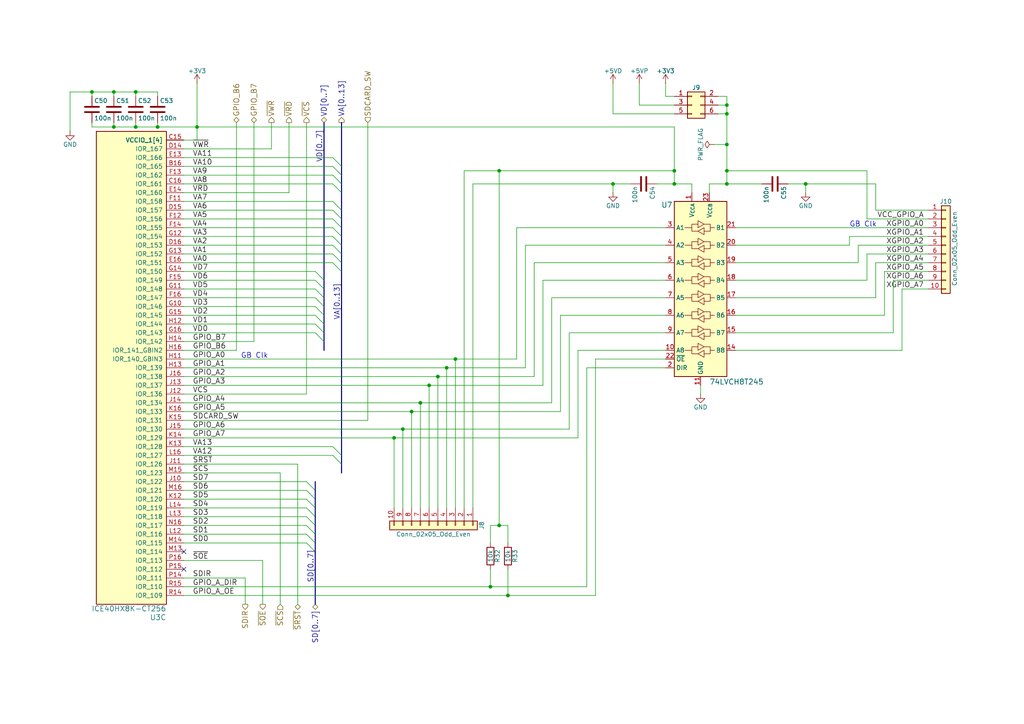
<source format=kicad_sch>
(kicad_sch (version 20231120) (generator "eeschema") (generator_version "8.0")
  (paper "A4")
  (title_block (title "Game Boy reverse eng. FPGA board") (date "2024-12-09") (rev "1") (company "CC-BY-SA-4.0 Michael Singer") (comment 1 "https://github.com/msinger/gbreveng/") (comment 2 "http://iceboy.a-singer.de/"))
  (lib_symbols
    (symbol "Connector_Generic:Conn_01x10" (pin_names (offset 1.016) hide)
      (property "Reference" "J" (at 0 12.7 0))
      (property "Value" "Conn_01x10" (at 0 -15.24 0))
      (symbol "Conn_01x10_1_1"
        (pin passive line (at -5.08 10.16 0) (length 3.81) (name "Pin_1") (number "1"))
        (pin passive line (at -5.08 -12.7 0) (length 3.81) (name "Pin_10") (number "10"))
        (pin passive line (at -5.08 7.62 0) (length 3.81) (name "Pin_2") (number "2"))
        (pin passive line (at -5.08 5.08 0) (length 3.81) (name "Pin_3") (number "3"))
        (pin passive line (at -5.08 2.54 0) (length 3.81) (name "Pin_4") (number "4"))
        (pin passive line (at -5.08 0 0) (length 3.81) (name "Pin_5") (number "5"))
        (pin passive line (at -5.08 -2.54 0) (length 3.81) (name "Pin_6") (number "6"))
        (pin passive line (at -5.08 -5.08 0) (length 3.81) (name "Pin_7") (number "7"))
        (pin passive line (at -5.08 -7.62 0) (length 3.81) (name "Pin_8") (number "8"))
        (pin passive line (at -5.08 -10.16 0) (length 3.81) (name "Pin_9") (number "9"))
      )
    )
    (symbol "Connector_Generic:Conn_02x03_Odd_Even" (pin_names (offset 1.016) hide)
      (property "Reference" "J" (at 1.27 5.08 0))
      (property "Value" "Conn_02x03_Odd_Even" (at 1.27 -5.08 0))
      (symbol "Conn_02x03_Odd_Even_1_1"
        (pin passive line (at -5.08 2.54 0) (length 3.81) (name "Pin_1") (number "1"))
        (pin passive line (at 7.62 2.54 180) (length 3.81) (name "Pin_2") (number "2"))
        (pin passive line (at -5.08 0 0) (length 3.81) (name "Pin_3") (number "3"))
        (pin passive line (at 7.62 0 180) (length 3.81) (name "Pin_4") (number "4"))
        (pin passive line (at -5.08 -2.54 0) (length 3.81) (name "Pin_5") (number "5"))
        (pin passive line (at 7.62 -2.54 180) (length 3.81) (name "Pin_6") (number "6"))
      )
    )
    (symbol "Device:C" (pin_numbers hide) (pin_names (offset 0.254))
      (property "Reference" "C" (at 0.635 2.54 0))
      (property "Value" "C" (at 0.635 -2.54 0))
      (symbol "C_1_1"
        (pin passive line (at 0 3.81 270) (length 2.794) (name "~") (number "1"))
        (pin passive line (at 0 -3.81 90) (length 2.794) (name "~") (number "2"))
      )
    )
    (symbol "Device:R" (pin_numbers hide) (pin_names (offset 0))
      (property "Reference" "R" (at 2.032 0 90))
      (property "Value" "R" (at 0 0 90))
      (symbol "R_1_1"
        (pin passive line (at 0 3.81 270) (length 1.27) (name "~") (number "1"))
        (pin passive line (at 0 -3.81 90) (length 1.27) (name "~") (number "2"))
      )
    )
    (symbol "FPGA_Lattice_ICE40HX8K:ICE40HX8K-CT256" (pin_names (offset 1.016))
      (property "Reference" "U" (at 5.08 6.35 0))
      (property "Value" "ICE40HX8K-CT256" (at 5.08 3.81 0))
      (symbol "ICE40HX8K-CT256_1_1"
        (pin power_in line (at 0 -5.08 0) (length 5.08) (name "GND[18]") (number "A12"))
        (pin power_in line (at 0 -15.24 0) (length 5.08) (name "VCC[6]") (number "A14"))
        (pin power_in line (at 0 -5.08 0) (length 5.08) (name "GND[18]") (number "A4"))
        (pin power_in line (at 0 -20.32 0) (length 5.08) (name "VPP_FAST") (number "D12"))
        (pin power_in line (at 0 -17.78 0) (length 5.08) (name "VPP_2V5") (number "E12"))
        (pin power_in line (at 0 -5.08 0) (length 5.08) (name "GND[18]") (number "E15"))
        (pin power_in line (at 0 -2.54 0) (length 5.08) (name "GNDPLL1") (number "E7"))
        (pin power_in line (at 0 -12.7 0) (length 5.08) (name "VCCPLL1") (number "E8"))
        (pin power_in line (at 0 -15.24 0) (length 5.08) (name "VCC[6]") (number "F10"))
        (pin power_in line (at 0 -15.24 0) (length 5.08) (name "VCC[6]") (number "F6"))
        (pin power_in line (at 0 -5.08 0) (length 5.08) (name "GND[18]") (number "G7"))
        (pin power_in line (at 0 -5.08 0) (length 5.08) (name "GND[18]") (number "G8"))
        (pin power_in line (at 0 -5.08 0) (length 5.08) (name "GND[18]") (number "G9"))
        (pin power_in line (at 0 -5.08 0) (length 5.08) (name "GND[18]") (number "H7"))
        (pin power_in line (at 0 -5.08 0) (length 5.08) (name "GND[18]") (number "H8"))
        (pin power_in line (at 0 -5.08 0) (length 5.08) (name "GND[18]") (number "H9"))
        (pin power_in line (at 0 -5.08 0) (length 5.08) (name "GND[18]") (number "J7"))
        (pin power_in line (at 0 -5.08 0) (length 5.08) (name "GND[18]") (number "J8"))
        (pin power_in line (at 0 -5.08 0) (length 5.08) (name "GND[18]") (number "J9"))
        (pin power_in line (at 0 -15.24 0) (length 5.08) (name "VCC[6]") (number "K10"))
        (pin power_in line (at 0 -5.08 0) (length 5.08) (name "GND[18]") (number "K2"))
        (pin power_in line (at 0 -15.24 0) (length 5.08) (name "VCC[6]") (number "K6"))
        (pin power_in line (at 0 -5.08 0) (length 5.08) (name "GND[18]") (number "K7"))
        (pin power_in line (at 0 -5.08 0) (length 5.08) (name "GND[18]") (number "L15"))
        (pin power_in line (at 0 -15.24 0) (length 5.08) (name "VCC[6]") (number "L2"))
        (pin power_in line (at 0 -10.16 0) (length 5.08) (name "VCCPLL0") (number "L8"))
        (pin passive line (at 0 -7.62 0) (length 5.08) (name "NC") (number "N14"))
        (pin power_in line (at 0 0 0) (length 5.08) (name "GNDPLL0") (number "N8"))
        (pin power_in line (at 0 -5.08 0) (length 5.08) (name "GND[18]") (number "R7"))
        (pin power_in line (at 0 -5.08 0) (length 5.08) (name "GND[18]") (number "T12"))
        (pin power_in line (at 0 -5.08 0) (length 5.08) (name "GND[18]") (number "T4"))
      )
      (symbol "ICE40HX8K-CT256_2_1"
        (pin bidirectional line (at 0 -111.76 0) (length 5.08) (name "IOT_220") (number "A1"))
        (pin bidirectional line (at 0 -43.18 0) (length 5.08) (name "IOT_186") (number "A10"))
        (pin bidirectional line (at 0 -45.72 0) (length 5.08) (name "IOT_187") (number "A11"))
        (pin power_in line (at 0 -132.08 0) (length 5.08) (name "VCCIO_0[4]") (number "A13"))
        (pin bidirectional line (at 0 -20.32 0) (length 5.08) (name "IOT_177") (number "A15"))
        (pin bidirectional line (at 0 -17.78 0) (length 5.08) (name "IOT_176") (number "A16"))
        (pin bidirectional line (at 0 -106.68 0) (length 5.08) (name "IOT_218") (number "A2"))
        (pin power_in line (at 0 -132.08 0) (length 5.08) (name "VCCIO_0[4]") (number "A3"))
        (pin bidirectional line (at 0 -96.52 0) (length 5.08) (name "IOT_213") (number "A5"))
        (pin bidirectional line (at 0 -91.44 0) (length 5.08) (name "IOT_211") (number "A6"))
        (pin bidirectional line (at 0 -76.2 0) (length 5.08) (name "IOT_205") (number "A7"))
        (pin power_in line (at 0 -132.08 0) (length 5.08) (name "VCCIO_0[4]") (number "A8"))
        (pin bidirectional line (at 0 -58.42 0) (length 5.08) (name "IOT_194") (number "A9"))
        (pin bidirectional line (at 0 -35.56 0) (length 5.08) (name "IOT_183") (number "B10"))
        (pin bidirectional line (at 0 -38.1 0) (length 5.08) (name "IOT_184") (number "B11"))
        (pin bidirectional line (at 0 -33.02 0) (length 5.08) (name "IOT_182") (number "B12"))
        (pin bidirectional line (at 0 -22.86 0) (length 5.08) (name "IOT_178") (number "B13"))
        (pin bidirectional line (at 0 -7.62 0) (length 5.08) (name "IOT_171") (number "B14"))
        (pin bidirectional line (at 0 -2.54 0) (length 5.08) (name "IOT_169") (number "B15"))
        (pin bidirectional line (at 0 -119.38 0) (length 5.08) (name "IOT_223") (number "B3"))
        (pin bidirectional line (at 0 -104.14 0) (length 5.08) (name "IOT_216") (number "B4"))
        (pin bidirectional line (at 0 -99.06 0) (length 5.08) (name "IOT_214") (number "B5"))
        (pin bidirectional line (at 0 -83.82 0) (length 5.08) (name "IOT_208") (number "B6"))
        (pin bidirectional line (at 0 -81.28 0) (length 5.08) (name "IOT_207") (number "B7"))
        (pin bidirectional line (at 0 -73.66 0) (length 5.08) (name "IOT_203") (number "B8"))
        (pin bidirectional line (at 0 -68.58 0) (length 5.08) (name "IOT_199") (number "B9"))
        (pin bidirectional line (at 0 -40.64 0) (length 5.08) (name "IOT_185") (number "C10"))
        (pin bidirectional line (at 0 -27.94 0) (length 5.08) (name "IOT_180") (number "C11"))
        (pin bidirectional line (at 0 -10.16 0) (length 5.08) (name "IOT_172") (number "C12"))
        (pin bidirectional line (at 0 -15.24 0) (length 5.08) (name "IOT_174") (number "C13"))
        (pin bidirectional line (at 0 0 0) (length 5.08) (name "IOT_168") (number "C14"))
        (pin bidirectional line (at 0 -129.54 0) (length 5.08) (name "IOT_227") (number "C3"))
        (pin bidirectional line (at 0 -116.84 0) (length 5.08) (name "IOT_222") (number "C4"))
        (pin bidirectional line (at 0 -114.3 0) (length 5.08) (name "IOT_221") (number "C5"))
        (pin bidirectional line (at 0 -86.36 0) (length 5.08) (name "IOT_209") (number "C6"))
        (pin bidirectional line (at 0 -78.74 0) (length 5.08) (name "IOT_206") (number "C7"))
        (pin bidirectional line (at 0 -63.5 0) (length 5.08) (name "IOT_197_GBIN1") (number "C8"))
        (pin bidirectional line (at 0 -50.8 0) (length 5.08) (name "IOT_191") (number "C9"))
        (pin bidirectional line (at 0 -48.26 0) (length 5.08) (name "IOT_190") (number "D10"))
        (pin bidirectional line (at 0 -30.48 0) (length 5.08) (name "IOT_181") (number "D11"))
        (pin bidirectional line (at 0 -5.08 0) (length 5.08) (name "IOT_170") (number "D13"))
        (pin bidirectional line (at 0 -127 0) (length 5.08) (name "IOT_226") (number "D3"))
        (pin bidirectional line (at 0 -121.92 0) (length 5.08) (name "IOT_224") (number "D4"))
        (pin bidirectional line (at 0 -109.22 0) (length 5.08) (name "IOT_219") (number "D5"))
        (pin bidirectional line (at 0 -93.98 0) (length 5.08) (name "IOT_212") (number "D6"))
        (pin bidirectional line (at 0 -88.9 0) (length 5.08) (name "IOT_210") (number "D7"))
        (pin bidirectional line (at 0 -71.12 0) (length 5.08) (name "IOT_200") (number "D8"))
        (pin bidirectional line (at 0 -55.88 0) (length 5.08) (name "IOT_193") (number "D9"))
        (pin bidirectional line (at 0 -25.4 0) (length 5.08) (name "IOT_179") (number "E10"))
        (pin bidirectional line (at 0 -12.7 0) (length 5.08) (name "IOT_173") (number "E11"))
        (pin bidirectional line (at 0 -124.46 0) (length 5.08) (name "IOT_225") (number "E5"))
        (pin bidirectional line (at 0 -101.6 0) (length 5.08) (name "IOT_215") (number "E6"))
        (pin bidirectional line (at 0 -53.34 0) (length 5.08) (name "IOT_192") (number "E9"))
        (pin bidirectional line (at 0 -66.04 0) (length 5.08) (name "IOT_198_GBIN0") (number "F7"))
        (pin power_in line (at 0 -132.08 0) (length 5.08) (name "VCCIO_0[4]") (number "F8"))
        (pin bidirectional line (at 0 -60.96 0) (length 5.08) (name "IOT_196") (number "F9"))
      )
      (symbol "ICE40HX8K-CT256_3_1"
        (pin bidirectional line (at 0 -124.46 0) (length 5.08) (name "IOR_165") (number "B16"))
        (pin power_in line (at 0 -132.08 0) (length 5.08) (name "VCCIO_1[4]") (number "C15"))
        (pin bidirectional line (at 0 -119.38 0) (length 5.08) (name "IOR_161") (number "C16"))
        (pin bidirectional line (at 0 -129.54 0) (length 5.08) (name "IOR_167") (number "D14"))
        (pin bidirectional line (at 0 -111.76 0) (length 5.08) (name "IOR_157") (number "D15"))
        (pin bidirectional line (at 0 -101.6 0) (length 5.08) (name "IOR_153") (number "D16"))
        (pin bidirectional line (at 0 -127 0) (length 5.08) (name "IOR_166") (number "E13"))
        (pin bidirectional line (at 0 -116.84 0) (length 5.08) (name "IOR_160") (number "E14"))
        (pin bidirectional line (at 0 -96.52 0) (length 5.08) (name "IOR_151") (number "E16"))
        (pin bidirectional line (at 0 -114.3 0) (length 5.08) (name "IOR_158") (number "F11"))
        (pin bidirectional line (at 0 -109.22 0) (length 5.08) (name "IOR_156") (number "F12"))
        (pin bidirectional line (at 0 -121.92 0) (length 5.08) (name "IOR_162") (number "F13"))
        (pin bidirectional line (at 0 -106.68 0) (length 5.08) (name "IOR_155") (number "F14"))
        (pin bidirectional line (at 0 -91.44 0) (length 5.08) (name "IOR_149") (number "F15"))
        (pin bidirectional line (at 0 -86.36 0) (length 5.08) (name "IOR_147") (number "F16"))
        (pin bidirectional line (at 0 -83.82 0) (length 5.08) (name "IOR_146") (number "G10"))
        (pin bidirectional line (at 0 -88.9 0) (length 5.08) (name "IOR_148") (number "G11"))
        (pin bidirectional line (at 0 -104.14 0) (length 5.08) (name "IOR_154") (number "G12"))
        (pin bidirectional line (at 0 -99.06 0) (length 5.08) (name "IOR_152") (number "G13"))
        (pin bidirectional line (at 0 -93.98 0) (length 5.08) (name "IOR_150") (number "G14"))
        (pin bidirectional line (at 0 -81.28 0) (length 5.08) (name "IOR_145") (number "G15"))
        (pin bidirectional line (at 0 -76.2 0) (length 5.08) (name "IOR_143") (number "G16"))
        (pin power_in line (at 0 -132.08 0) (length 5.08) (name "VCCIO_1[4]") (number "H10"))
        (pin bidirectional line (at 0 -68.58 0) (length 5.08) (name "IOR_140_GBIN3") (number "H11"))
        (pin bidirectional line (at 0 -78.74 0) (length 5.08) (name "IOR_144") (number "H12"))
        (pin bidirectional line (at 0 -66.04 0) (length 5.08) (name "IOR_139") (number "H13"))
        (pin bidirectional line (at 0 -73.66 0) (length 5.08) (name "IOR_142") (number "H14"))
        (pin power_in line (at 0 -132.08 0) (length 5.08) (name "VCCIO_1[4]") (number "H15"))
        (pin bidirectional line (at 0 -71.12 0) (length 5.08) (name "IOR_141_GBIN2") (number "H16"))
        (pin bidirectional line (at 0 -33.02 0) (length 5.08) (name "IOR_122") (number "J10"))
        (pin bidirectional line (at 0 -38.1 0) (length 5.08) (name "IOR_126") (number "J11"))
        (pin bidirectional line (at 0 -58.42 0) (length 5.08) (name "IOR_136") (number "J12"))
        (pin bidirectional line (at 0 -60.96 0) (length 5.08) (name "IOR_137") (number "J13"))
        (pin bidirectional line (at 0 -55.88 0) (length 5.08) (name "IOR_134") (number "J14"))
        (pin bidirectional line (at 0 -48.26 0) (length 5.08) (name "IOR_130") (number "J15"))
        (pin bidirectional line (at 0 -63.5 0) (length 5.08) (name "IOR_138") (number "J16"))
        (pin bidirectional line (at 0 -27.94 0) (length 5.08) (name "IOR_120") (number "K12"))
        (pin bidirectional line (at 0 -43.18 0) (length 5.08) (name "IOR_128") (number "K13"))
        (pin bidirectional line (at 0 -45.72 0) (length 5.08) (name "IOR_129") (number "K14"))
        (pin bidirectional line (at 0 -50.8 0) (length 5.08) (name "IOR_131") (number "K15"))
        (pin bidirectional line (at 0 -53.34 0) (length 5.08) (name "IOR_133") (number "K16"))
        (pin bidirectional line (at 0 -17.78 0) (length 5.08) (name "IOR_116") (number "L12"))
        (pin bidirectional line (at 0 -22.86 0) (length 5.08) (name "IOR_118") (number "L13"))
        (pin bidirectional line (at 0 -25.4 0) (length 5.08) (name "IOR_119") (number "L14"))
        (pin bidirectional line (at 0 -40.64 0) (length 5.08) (name "IOR_127") (number "L16"))
        (pin bidirectional line (at 0 -12.7 0) (length 5.08) (name "IOR_114") (number "M13"))
        (pin bidirectional line (at 0 -15.24 0) (length 5.08) (name "IOR_115") (number "M14"))
        (pin bidirectional line (at 0 -35.56 0) (length 5.08) (name "IOR_123") (number "M15"))
        (pin bidirectional line (at 0 -30.48 0) (length 5.08) (name "IOR_121") (number "M16"))
        (pin power_in line (at 0 -132.08 0) (length 5.08) (name "VCCIO_1[4]") (number "N15"))
        (pin bidirectional line (at 0 -20.32 0) (length 5.08) (name "IOR_117") (number "N16"))
        (pin bidirectional line (at 0 -5.08 0) (length 5.08) (name "IOR_111") (number "P14"))
        (pin bidirectional line (at 0 -7.62 0) (length 5.08) (name "IOR_112") (number "P15"))
        (pin bidirectional line (at 0 -10.16 0) (length 5.08) (name "IOR_113") (number "P16"))
        (pin bidirectional line (at 0 0 0) (length 5.08) (name "IOR_109") (number "R14"))
        (pin bidirectional line (at 0 -2.54 0) (length 5.08) (name "IOR_110") (number "R15"))
      )
      (symbol "ICE40HX8K-CT256_4_1"
        (pin bidirectional line (at 0 -116.84 0) (length 5.08) (name "IOB_103_CBSEL0") (number "K11"))
        (pin power_in line (at 0 -121.92 0) (length 5.08) (name "VCCIO_2[4]") (number "K8"))
        (pin bidirectional line (at 0 -73.66 0) (length 5.08) (name "IOB_82_GBIN4") (number "K9"))
        (pin bidirectional line (at 0 -81.28 0) (length 5.08) (name "IOB_85") (number "L10"))
        (pin bidirectional line (at 0 -106.68 0) (length 5.08) (name "IOB_99") (number "L11"))
        (pin bidirectional line (at 0 -53.34 0) (length 5.08) (name "IOB_74") (number "L9"))
        (pin output line (at 0 0 0) (length 5.08) (name "CDONE") (number "M10"))
        (pin bidirectional line (at 0 -99.06 0) (length 5.08) (name "IOB_93") (number "M11"))
        (pin bidirectional line (at 0 -111.76 0) (length 5.08) (name "IOB_101") (number "M12"))
        (pin bidirectional line (at 0 -33.02 0) (length 5.08) (name "IOB_64") (number "M7"))
        (pin bidirectional line (at 0 -40.64 0) (length 5.08) (name "IOB_68") (number "M8"))
        (pin bidirectional line (at 0 -68.58 0) (length 5.08) (name "IOB_80") (number "M9"))
        (pin bidirectional line (at 0 -86.36 0) (length 5.08) (name "IOB_87") (number "N10"))
        (pin input line (at 0 -2.54 0) (length 5.08) (name "CRESET_B") (number "N11"))
        (pin bidirectional line (at 0 -104.14 0) (length 5.08) (name "IOB_98") (number "N12"))
        (pin bidirectional line (at 0 -15.24 0) (length 5.08) (name "IOB_56") (number "N5"))
        (pin bidirectional line (at 0 -5.08 0) (length 5.08) (name "IOB_52") (number "N6"))
        (pin bidirectional line (at 0 -35.56 0) (length 5.08) (name "IOB_66") (number "N7"))
        (pin bidirectional line (at 0 -63.5 0) (length 5.08) (name "IOB_78") (number "N9"))
        (pin bidirectional line (at 0 -83.82 0) (length 5.08) (name "IOB_86") (number "P10"))
        (pin bidirectional line (at 0 -119.38 0) (length 5.08) (name "IOB_104_CBSEL1") (number "P13"))
        (pin power_in line (at 0 -121.92 0) (length 5.08) (name "VCCIO_2[4]") (number "P3"))
        (pin bidirectional line (at 0 -10.16 0) (length 5.08) (name "IOB_54") (number "P4"))
        (pin bidirectional line (at 0 -20.32 0) (length 5.08) (name "IOB_58") (number "P5"))
        (pin bidirectional line (at 0 -38.1 0) (length 5.08) (name "IOB_67") (number "P6"))
        (pin bidirectional line (at 0 -60.96 0) (length 5.08) (name "IOB_77") (number "P7"))
        (pin bidirectional line (at 0 -48.26 0) (length 5.08) (name "IOB_72") (number "P8"))
        (pin bidirectional line (at 0 -76.2 0) (length 5.08) (name "IOB_83") (number "P9"))
        (pin bidirectional line (at 0 -78.74 0) (length 5.08) (name "IOB_84") (number "R10"))
        (pin power_in line (at 0 -121.92 0) (length 5.08) (name "VCCIO_2[4]") (number "R13"))
        (pin bidirectional line (at 0 -114.3 0) (length 5.08) (name "IOB_102") (number "R16"))
        (pin bidirectional line (at 0 -12.7 0) (length 5.08) (name "IOB_55") (number "R2"))
        (pin bidirectional line (at 0 -22.86 0) (length 5.08) (name "IOB_59") (number "R3"))
        (pin bidirectional line (at 0 -30.48 0) (length 5.08) (name "IOB_63") (number "R4"))
        (pin bidirectional line (at 0 -25.4 0) (length 5.08) (name "IOB_60") (number "R5"))
        (pin bidirectional line (at 0 -45.72 0) (length 5.08) (name "IOB_71") (number "R6"))
        (pin power_in line (at 0 -121.92 0) (length 5.08) (name "VCCIO_2[4]") (number "R8"))
        (pin bidirectional line (at 0 -71.12 0) (length 5.08) (name "IOB_81_GBIN5") (number "R9"))
        (pin bidirectional line (at 0 -7.62 0) (length 5.08) (name "IOB_53") (number "T1"))
        (pin bidirectional line (at 0 -88.9 0) (length 5.08) (name "IOB_88") (number "T10"))
        (pin bidirectional line (at 0 -91.44 0) (length 5.08) (name "IOB_89") (number "T11"))
        (pin bidirectional line (at 0 -101.6 0) (length 5.08) (name "IOB_94") (number "T13"))
        (pin bidirectional line (at 0 -96.52 0) (length 5.08) (name "IOB_92") (number "T14"))
        (pin bidirectional line (at 0 -93.98 0) (length 5.08) (name "IOB_91") (number "T15"))
        (pin bidirectional line (at 0 -109.22 0) (length 5.08) (name "IOB_100") (number "T16"))
        (pin bidirectional line (at 0 -17.78 0) (length 5.08) (name "IOB_57") (number "T2"))
        (pin bidirectional line (at 0 -27.94 0) (length 5.08) (name "IOB_61") (number "T3"))
        (pin bidirectional line (at 0 -43.18 0) (length 5.08) (name "IOB_69") (number "T5"))
        (pin bidirectional line (at 0 -50.8 0) (length 5.08) (name "IOB_73") (number "T6"))
        (pin bidirectional line (at 0 -55.88 0) (length 5.08) (name "IOB_75") (number "T7"))
        (pin bidirectional line (at 0 -58.42 0) (length 5.08) (name "IOB_76") (number "T8"))
        (pin bidirectional line (at 0 -66.04 0) (length 5.08) (name "IOB_79") (number "T9"))
      )
      (symbol "ICE40HX8K-CT256_5_1"
        (pin bidirectional line (at 0 -7.62 0) (length 5.08) (name "IOL_2B") (number "B1"))
        (pin bidirectional line (at 0 -2.54 0) (length 5.08) (name "IOL_1B") (number "B2"))
        (pin bidirectional line (at 0 -10.16 0) (length 5.08) (name "IOL_3A") (number "C1"))
        (pin bidirectional line (at 0 -12.7 0) (length 5.08) (name "IOL_3B") (number "C2"))
        (pin bidirectional line (at 0 -22.86 0) (length 5.08) (name "IOL_5B") (number "D1"))
        (pin bidirectional line (at 0 -17.78 0) (length 5.08) (name "IOL_4B") (number "D2"))
        (pin power_in line (at 0 -132.08 0) (length 5.08) (name "VCCIO_3[4]") (number "E1"))
        (pin bidirectional line (at 0 -33.02 0) (length 5.08) (name "IOL_7B") (number "E2"))
        (pin bidirectional line (at 0 -27.94 0) (length 5.08) (name "IOL_6B") (number "E3"))
        (pin bidirectional line (at 0 0 0) (length 5.08) (name "IOL_1A") (number "E4"))
        (pin bidirectional line (at 0 -48.26 0) (length 5.08) (name "IOL_10B") (number "F1"))
        (pin bidirectional line (at 0 -43.18 0) (length 5.08) (name "IOL_9B") (number "F2"))
        (pin bidirectional line (at 0 -38.1 0) (length 5.08) (name "IOL_8B") (number "F3"))
        (pin bidirectional line (at 0 -15.24 0) (length 5.08) (name "IOL_4A") (number "F4"))
        (pin bidirectional line (at 0 -5.08 0) (length 5.08) (name "IOL_2A") (number "F5"))
        (pin bidirectional line (at 0 -63.5 0) (length 5.08) (name "IOL_13B_GBIN7") (number "G1"))
        (pin bidirectional line (at 0 -53.34 0) (length 5.08) (name "IOL_11B") (number "G2"))
        (pin bidirectional line (at 0 -35.56 0) (length 5.08) (name "IOL_8A") (number "G3"))
        (pin bidirectional line (at 0 -25.4 0) (length 5.08) (name "IOL_6A") (number "G4"))
        (pin bidirectional line (at 0 -20.32 0) (length 5.08) (name "IOL_5A") (number "G5"))
        (pin power_in line (at 0 -132.08 0) (length 5.08) (name "VCCIO_3[4]") (number "G6"))
        (pin bidirectional line (at 0 -68.58 0) (length 5.08) (name "IOL_14B") (number "H1"))
        (pin bidirectional line (at 0 -58.42 0) (length 5.08) (name "IOL_12B") (number "H2"))
        (pin bidirectional line (at 0 -40.64 0) (length 5.08) (name "IOL_9A") (number "H3"))
        (pin bidirectional line (at 0 -50.8 0) (length 5.08) (name "IOL_11A") (number "H4"))
        (pin bidirectional line (at 0 -30.48 0) (length 5.08) (name "IOL_7A") (number "H5"))
        (pin bidirectional line (at 0 -45.72 0) (length 5.08) (name "IOL_10A") (number "H6"))
        (pin bidirectional line (at 0 -73.66 0) (length 5.08) (name "IOL_15B") (number "J1"))
        (pin bidirectional line (at 0 -71.12 0) (length 5.08) (name "IOL_15A") (number "J2"))
        (pin bidirectional line (at 0 -66.04 0) (length 5.08) (name "IOL_14A_GBIN6") (number "J3"))
        (pin bidirectional line (at 0 -55.88 0) (length 5.08) (name "IOL_12A") (number "J4"))
        (pin bidirectional line (at 0 -60.96 0) (length 5.08) (name "IOL_13A") (number "J5"))
        (pin power_in line (at 0 -132.08 0) (length 5.08) (name "VCCIO_3[4]") (number "J6"))
        (pin bidirectional line (at 0 -76.2 0) (length 5.08) (name "IOL_16A") (number "K1"))
        (pin bidirectional line (at 0 -78.74 0) (length 5.08) (name "IOL_16B") (number "K3"))
        (pin bidirectional line (at 0 -86.36 0) (length 5.08) (name "IOL_18A") (number "K4"))
        (pin bidirectional line (at 0 -96.52 0) (length 5.08) (name "IOL_20A") (number "K5"))
        (pin bidirectional line (at 0 -83.82 0) (length 5.08) (name "IOL_17B") (number "L1"))
        (pin bidirectional line (at 0 -93.98 0) (length 5.08) (name "IOL_19B") (number "L3"))
        (pin bidirectional line (at 0 -81.28 0) (length 5.08) (name "IOL_17A") (number "L4"))
        (pin bidirectional line (at 0 -111.76 0) (length 5.08) (name "IOL_23A") (number "L5"))
        (pin bidirectional line (at 0 -91.44 0) (length 5.08) (name "IOL_19A") (number "L6"))
        (pin bidirectional line (at 0 -101.6 0) (length 5.08) (name "IOL_21A") (number "L7"))
        (pin bidirectional line (at 0 -88.9 0) (length 5.08) (name "IOL_18B") (number "M1"))
        (pin bidirectional line (at 0 -99.06 0) (length 5.08) (name "IOL_20B") (number "M2"))
        (pin bidirectional line (at 0 -109.22 0) (length 5.08) (name "IOL_22B") (number "M3"))
        (pin bidirectional line (at 0 -119.38 0) (length 5.08) (name "IOL_24B") (number "M4"))
        (pin bidirectional line (at 0 -124.46 0) (length 5.08) (name "IOL_25B") (number "M5"))
        (pin bidirectional line (at 0 -106.68 0) (length 5.08) (name "IOL_22A") (number "M6"))
        (pin power_in line (at 0 -132.08 0) (length 5.08) (name "VCCIO_3[4]") (number "N1"))
        (pin bidirectional line (at 0 -104.14 0) (length 5.08) (name "IOL_21B") (number "N2"))
        (pin bidirectional line (at 0 -114.3 0) (length 5.08) (name "IOL_23B") (number "N3"))
        (pin bidirectional line (at 0 -129.54 0) (length 5.08) (name "IOL_26B") (number "N4"))
        (pin bidirectional line (at 0 -116.84 0) (length 5.08) (name "IOL_24A") (number "P1"))
        (pin bidirectional line (at 0 -121.92 0) (length 5.08) (name "IOL_25A") (number "P2"))
        (pin bidirectional line (at 0 -127 0) (length 5.08) (name "IOL_26A") (number "R1"))
      )
      (symbol "ICE40HX8K-CT256_6_1"
        (pin power_in line (at 0 -10.16 0) (length 5.08) (name "VCC_SPI") (number "N13"))
        (pin bidirectional line (at 0 -2.54 0) (length 5.08) (name "IOB_106_SDI") (number "P11"))
        (pin bidirectional line (at 0 0 0) (length 5.08) (name "IOB_105_SDO") (number "P12"))
        (pin bidirectional line (at 0 -5.08 0) (length 5.08) (name "IOB_107_SCK") (number "R11"))
        (pin bidirectional line (at 0 -7.62 0) (length 5.08) (name "IOB_108_SS") (number "R12"))
      )
    )
    (symbol "Logic_LevelTranslator:SN74LVC8T245"
      (property "Reference" "U" (at -6.35 27.94 0))
      (property "Value" "SN74LVC8T245" (at 3.81 27.94 0))
      (symbol "SN74LVC8T245_1_1"
        (pin power_in line (at -2.54 27.94 270) (length 2.54) (name "V_{CCA}") (number "1"))
        (pin bidirectional line (at -10.16 -17.78 0) (length 2.54) (name "A8") (number "10"))
        (pin power_in line (at 0 -27.94 90) (length 2.54) (name "GND") (number "11"))
        (pin passive line (at 0 -27.94 90) (length 2.54) hide (name "GND") (number "12"))
        (pin passive line (at 0 -27.94 90) (length 2.54) hide (name "GND") (number "13"))
        (pin bidirectional line (at 10.16 -17.78 180) (length 2.54) (name "B8") (number "14"))
        (pin bidirectional line (at 10.16 -12.7 180) (length 2.54) (name "B7") (number "15"))
        (pin bidirectional line (at 10.16 -7.62 180) (length 2.54) (name "B6") (number "16"))
        (pin bidirectional line (at 10.16 -2.54 180) (length 2.54) (name "B5") (number "17"))
        (pin bidirectional line (at 10.16 2.54 180) (length 2.54) (name "B4") (number "18"))
        (pin bidirectional line (at 10.16 7.62 180) (length 2.54) (name "B3") (number "19"))
        (pin input line (at -10.16 -22.86 0) (length 2.54) (name "DIR") (number "2"))
        (pin bidirectional line (at 10.16 12.7 180) (length 2.54) (name "B2") (number "20"))
        (pin bidirectional line (at 10.16 17.78 180) (length 2.54) (name "B1") (number "21"))
        (pin input line (at -10.16 -20.32 0) (length 2.54) (name "~{OE}") (number "22"))
        (pin power_in line (at 2.54 27.94 270) (length 2.54) (name "V_{CCB}") (number "23"))
        (pin passive line (at 2.54 27.94 270) (length 2.54) hide (name "V_{CCB}") (number "24"))
        (pin bidirectional line (at -10.16 17.78 0) (length 2.54) (name "A1") (number "3"))
        (pin bidirectional line (at -10.16 12.7 0) (length 2.54) (name "A2") (number "4"))
        (pin bidirectional line (at -10.16 7.62 0) (length 2.54) (name "A3") (number "5"))
        (pin bidirectional line (at -10.16 2.54 0) (length 2.54) (name "A4") (number "6"))
        (pin bidirectional line (at -10.16 -2.54 0) (length 2.54) (name "A5") (number "7"))
        (pin bidirectional line (at -10.16 -7.62 0) (length 2.54) (name "A6") (number "8"))
        (pin bidirectional line (at -10.16 -12.7 0) (length 2.54) (name "A7") (number "9"))
      )
    )
    (symbol "power:+3V3" (power) (pin_numbers hide) (pin_names (offset 0) hide)
      (property "Value" "+3V3" (at 0 3.556 0))
      (symbol "+3V3_1_1"
        (pin power_in line (at 0 0 90) (length 0) (name "~") (number "1"))
      )
    )
    (symbol "power:+5VD" (power) (pin_numbers hide) (pin_names (offset 0) hide)
      (property "Value" "+5VD" (at 0 3.556 0))
      (symbol "+5VD_1_1"
        (pin power_in line (at 0 0 90) (length 0) (name "~") (number "1"))
      )
    )
    (symbol "power:+5VP" (power) (pin_numbers hide) (pin_names (offset 0) hide)
      (property "Value" "+5VP" (at 0 3.556 0))
      (symbol "+5VP_1_1"
        (pin power_in line (at 0 0 90) (length 0) (name "~") (number "1"))
      )
    )
    (symbol "power:GND" (power) (pin_numbers hide) (pin_names (offset 0) hide)
      (property "Value" "GND" (at 0 -3.81 0))
      (symbol "GND_1_1"
        (pin power_in line (at 0 0 270) (length 0) (name "~") (number "1"))
      )
    )
    (symbol "power:PWR_FLAG" (power) (pin_numbers hide) (pin_names (offset 0) hide)
      (property "Value" "PWR_FLAG" (at 0 3.81 0))
      (symbol "PWR_FLAG_0_0"
        (pin power_out line (at 0 0 90) (length 0) (name "~") (number "1"))
      )
    )
  )
  (junction (at 45.72 36.83))
  (junction (at 233.68 53.34))
  (junction (at 144.78 49.53))
  (junction (at 121.92 116.84))
  (junction (at 116.84 124.46))
  (junction (at 177.8 53.34))
  (junction (at 124.46 111.76))
  (junction (at 127 109.22))
  (junction (at 132.08 104.14))
  (junction (at 39.37 26.67))
  (junction (at 33.02 26.67))
  (junction (at 147.32 172.72))
  (junction (at 26.67 26.67))
  (junction (at 210.82 30.48))
  (junction (at 33.02 36.83))
  (junction (at 114.3 127))
  (junction (at 144.78 152.4))
  (junction (at 210.82 53.34))
  (junction (at 195.58 53.34))
  (junction (at 57.15 36.83))
  (junction (at 129.54 106.68))
  (junction (at 195.58 49.53))
  (junction (at 210.82 41.91))
  (junction (at 210.82 49.53))
  (junction (at 142.24 170.18))
  (junction (at 39.37 36.83))
  (junction (at 119.38 119.38))
  (junction (at 210.82 33.02))
  (no_connect (at 53.34 165.1))
  (no_connect (at 53.34 160.02))
  (bus_entry (at 96.52 73.66) (size 2.54 2.54))
  (bus_entry (at 88.9 147.32) (size 2.54 2.54))
  (bus_entry (at 96.52 66.04) (size 2.54 2.54))
  (bus_entry (at 91.44 86.36) (size 2.54 2.54))
  (bus_entry (at 96.52 45.72) (size 2.54 2.54))
  (bus_entry (at 91.44 81.28) (size 2.54 2.54))
  (bus_entry (at 91.44 78.74) (size 2.54 2.54))
  (bus_entry (at 96.52 58.42) (size 2.54 2.54))
  (bus_entry (at 91.44 93.98) (size 2.54 2.54))
  (bus_entry (at 96.52 129.54) (size 2.54 2.54))
  (bus_entry (at 88.9 149.86) (size 2.54 2.54))
  (bus_entry (at 88.9 154.94) (size 2.54 2.54))
  (bus_entry (at 96.52 48.26) (size 2.54 2.54))
  (bus_entry (at 88.9 157.48) (size 2.54 2.54))
  (bus_entry (at 96.52 71.12) (size 2.54 2.54))
  (bus_entry (at 88.9 152.4) (size 2.54 2.54))
  (bus_entry (at 96.52 63.5) (size 2.54 2.54))
  (bus_entry (at 88.9 139.7) (size 2.54 2.54))
  (bus_entry (at 91.44 83.82) (size 2.54 2.54))
  (bus_entry (at 96.52 68.58) (size 2.54 2.54))
  (bus_entry (at 91.44 91.44) (size 2.54 2.54))
  (bus_entry (at 96.52 132.08) (size 2.54 2.54))
  (bus_entry (at 96.52 53.34) (size 2.54 2.54))
  (bus_entry (at 88.9 142.24) (size 2.54 2.54))
  (bus_entry (at 91.44 88.9) (size 2.54 2.54))
  (bus_entry (at 91.44 96.52) (size 2.54 2.54))
  (bus_entry (at 88.9 144.78) (size 2.54 2.54))
  (bus_entry (at 96.52 60.96) (size 2.54 2.54))
  (bus_entry (at 96.52 76.2) (size 2.54 2.54))
  (bus_entry (at 96.52 50.8) (size 2.54 2.54))
  (wire (pts (xy 88.9 147.32) (xy 53.34 147.32)))
  (wire (pts (xy 91.44 83.82) (xy 53.34 83.82)))
  (wire (pts (xy 53.34 111.76) (xy 124.46 111.76)))
  (bus (pts (xy 99.06 63.5) (xy 99.06 66.04)))
  (wire (pts (xy 119.38 147.32) (xy 119.38 119.38)))
  (bus (pts (xy 91.44 160.02) (xy 91.44 175.26)))
  (bus (pts (xy 99.06 50.8) (xy 99.06 53.34)))
  (wire (pts (xy 96.52 53.34) (xy 53.34 53.34)))
  (wire (pts (xy 91.44 86.36) (xy 53.34 86.36)))
  (wire (pts (xy 91.44 91.44) (xy 53.34 91.44)))
  (wire (pts (xy 129.54 106.68) (xy 152.4 106.68)))
  (bus (pts (xy 93.98 99.06) (xy 93.98 101.6)))
  (wire (pts (xy 53.34 134.62) (xy 86.36 134.62)))
  (wire (pts (xy 210.82 33.02) (xy 210.82 41.91)))
  (wire (pts (xy 45.72 35.56) (xy 45.72 36.83)))
  (wire (pts (xy 210.82 53.34) (xy 220.98 53.34)))
  (wire (pts (xy 210.82 30.48) (xy 210.82 33.02)))
  (bus (pts (xy 99.06 76.2) (xy 99.06 78.74)))
  (wire (pts (xy 213.36 91.44) (xy 256.54 91.44)))
  (wire (pts (xy 149.86 66.04) (xy 193.04 66.04)))
  (wire (pts (xy 88.9 142.24) (xy 53.34 142.24)))
  (wire (pts (xy 213.36 86.36) (xy 254 86.36)))
  (wire (pts (xy 248.92 71.12) (xy 269.24 71.12)))
  (wire (pts (xy 26.67 36.83) (xy 26.67 35.56)))
  (wire (pts (xy 91.44 93.98) (xy 53.34 93.98)))
  (wire (pts (xy 147.32 172.72) (xy 172.72 172.72)))
  (wire (pts (xy 162.56 91.44) (xy 193.04 91.44)))
  (wire (pts (xy 254 60.96) (xy 254 53.34)))
  (wire (pts (xy 26.67 27.94) (xy 26.67 26.67)))
  (wire (pts (xy 91.44 81.28) (xy 53.34 81.28)))
  (wire (pts (xy 177.8 53.34) (xy 177.8 55.88)))
  (wire (pts (xy 96.52 63.5) (xy 53.34 63.5)))
  (wire (pts (xy 116.84 147.32) (xy 116.84 124.46)))
  (wire (pts (xy 233.68 53.34) (xy 233.68 55.88)))
  (wire (pts (xy 246.38 68.58) (xy 246.38 71.12)))
  (wire (pts (xy 170.18 106.68) (xy 193.04 106.68)))
  (wire (pts (xy 121.92 116.84) (xy 53.34 116.84)))
  (wire (pts (xy 259.08 96.52) (xy 259.08 81.28)))
  (wire (pts (xy 185.42 30.48) (xy 185.42 24.13)))
  (wire (pts (xy 251.46 49.53) (xy 210.82 49.53)))
  (wire (pts (xy 114.3 127) (xy 167.64 127)))
  (bus (pts (xy 93.98 96.52) (xy 93.98 99.06)))
  (wire (pts (xy 193.04 27.94) (xy 193.04 24.13)))
  (wire (pts (xy 160.02 116.84) (xy 121.92 116.84)))
  (wire (pts (xy 96.52 71.12) (xy 53.34 71.12)))
  (wire (pts (xy 39.37 36.83) (xy 39.37 35.56)))
  (wire (pts (xy 195.58 27.94) (xy 193.04 27.94)))
  (wire (pts (xy 39.37 27.94) (xy 39.37 26.67)))
  (bus (pts (xy 99.06 71.12) (xy 99.06 73.66)))
  (wire (pts (xy 210.82 49.53) (xy 210.82 53.34)))
  (bus (pts (xy 93.98 35.56) (xy 93.98 81.28)))
  (bus (pts (xy 93.98 91.44) (xy 93.98 93.98)))
  (wire (pts (xy 165.1 124.46) (xy 165.1 96.52)))
  (bus (pts (xy 91.44 152.4) (xy 91.44 154.94)))
  (wire (pts (xy 68.58 35.56) (xy 68.58 101.6)))
  (wire (pts (xy 53.34 167.64) (xy 71.12 167.64)))
  (wire (pts (xy 144.78 152.4) (xy 144.78 49.53)))
  (wire (pts (xy 269.24 83.82) (xy 261.62 83.82)))
  (wire (pts (xy 142.24 170.18) (xy 170.18 170.18)))
  (wire (pts (xy 134.62 49.53) (xy 134.62 147.32)))
  (wire (pts (xy 121.92 147.32) (xy 121.92 116.84)))
  (wire (pts (xy 33.02 27.94) (xy 33.02 26.67)))
  (wire (pts (xy 251.46 63.5) (xy 251.46 49.53)))
  (wire (pts (xy 53.34 114.3) (xy 88.9 114.3)))
  (bus (pts (xy 99.06 55.88) (xy 99.06 60.96)))
  (wire (pts (xy 96.52 132.08) (xy 53.34 132.08)))
  (wire (pts (xy 195.58 33.02) (xy 177.8 33.02)))
  (wire (pts (xy 170.18 170.18) (xy 170.18 106.68)))
  (wire (pts (xy 68.58 101.6) (xy 53.34 101.6)))
  (wire (pts (xy 88.9 144.78) (xy 53.34 144.78)))
  (wire (pts (xy 213.36 101.6) (xy 261.62 101.6)))
  (bus (pts (xy 99.06 60.96) (xy 99.06 63.5)))
  (wire (pts (xy 45.72 36.83) (xy 57.15 36.83)))
  (wire (pts (xy 210.82 53.34) (xy 205.74 53.34)))
  (wire (pts (xy 127 147.32) (xy 127 109.22)))
  (wire (pts (xy 83.82 55.88) (xy 83.82 35.56)))
  (wire (pts (xy 147.32 165.1) (xy 147.32 172.72)))
  (bus (pts (xy 91.44 149.86) (xy 91.44 152.4)))
  (bus (pts (xy 99.06 48.26) (xy 99.06 50.8)))
  (wire (pts (xy 254 76.2) (xy 269.24 76.2)))
  (wire (pts (xy 91.44 88.9) (xy 53.34 88.9)))
  (wire (pts (xy 53.34 137.16) (xy 81.28 137.16)))
  (wire (pts (xy 208.28 33.02) (xy 210.82 33.02)))
  (wire (pts (xy 142.24 157.48) (xy 142.24 152.4)))
  (wire (pts (xy 57.15 40.64) (xy 53.34 40.64)))
  (wire (pts (xy 233.68 53.34) (xy 228.6 53.34)))
  (wire (pts (xy 160.02 86.36) (xy 160.02 116.84)))
  (wire (pts (xy 195.58 49.53) (xy 144.78 49.53)))
  (wire (pts (xy 195.58 53.34) (xy 190.5 53.34)))
  (wire (pts (xy 88.9 152.4) (xy 53.34 152.4)))
  (wire (pts (xy 106.68 121.92) (xy 106.68 35.56)))
  (bus (pts (xy 99.06 134.62) (xy 99.06 137.16)))
  (wire (pts (xy 269.24 68.58) (xy 246.38 68.58)))
  (wire (pts (xy 96.52 68.58) (xy 53.34 68.58)))
  (wire (pts (xy 96.52 48.26) (xy 53.34 48.26)))
  (wire (pts (xy 53.34 55.88) (xy 83.82 55.88)))
  (wire (pts (xy 33.02 26.67) (xy 26.67 26.67)))
  (bus (pts (xy 99.06 53.34) (xy 99.06 55.88)))
  (wire (pts (xy 248.92 76.2) (xy 248.92 71.12)))
  (wire (pts (xy 96.52 50.8) (xy 53.34 50.8)))
  (wire (pts (xy 39.37 26.67) (xy 33.02 26.67)))
  (wire (pts (xy 172.72 172.72) (xy 172.72 104.14)))
  (wire (pts (xy 96.52 73.66) (xy 53.34 73.66)))
  (wire (pts (xy 53.34 172.72) (xy 147.32 172.72)))
  (wire (pts (xy 254 53.34) (xy 233.68 53.34)))
  (bus (pts (xy 99.06 68.58) (xy 99.06 71.12)))
  (wire (pts (xy 57.15 36.83) (xy 195.58 36.83)))
  (wire (pts (xy 73.66 99.06) (xy 73.66 35.56)))
  (wire (pts (xy 208.28 27.94) (xy 210.82 27.94)))
  (bus (pts (xy 91.44 157.48) (xy 91.44 160.02)))
  (wire (pts (xy 71.12 167.64) (xy 71.12 175.26)))
  (wire (pts (xy 152.4 71.12) (xy 193.04 71.12)))
  (bus (pts (xy 91.44 154.94) (xy 91.44 157.48)))
  (wire (pts (xy 137.16 53.34) (xy 137.16 147.32)))
  (wire (pts (xy 259.08 81.28) (xy 269.24 81.28)))
  (wire (pts (xy 149.86 104.14) (xy 149.86 66.04)))
  (wire (pts (xy 213.36 96.52) (xy 259.08 96.52)))
  (wire (pts (xy 81.28 137.16) (xy 81.28 175.26)))
  (wire (pts (xy 57.15 36.83) (xy 57.15 40.64)))
  (wire (pts (xy 114.3 127) (xy 114.3 147.32)))
  (wire (pts (xy 78.74 43.18) (xy 78.74 35.56)))
  (bus (pts (xy 91.44 139.7) (xy 91.44 142.24)))
  (wire (pts (xy 26.67 36.83) (xy 33.02 36.83)))
  (wire (pts (xy 119.38 119.38) (xy 162.56 119.38)))
  (wire (pts (xy 213.36 76.2) (xy 248.92 76.2)))
  (wire (pts (xy 137.16 53.34) (xy 177.8 53.34)))
  (wire (pts (xy 91.44 96.52) (xy 53.34 96.52)))
  (wire (pts (xy 195.58 36.83) (xy 195.58 49.53)))
  (bus (pts (xy 91.44 144.78) (xy 91.44 147.32)))
  (wire (pts (xy 127 109.22) (xy 154.94 109.22)))
  (bus (pts (xy 93.98 86.36) (xy 93.98 88.9)))
  (wire (pts (xy 157.48 111.76) (xy 157.48 81.28)))
  (bus (pts (xy 99.06 78.74) (xy 99.06 132.08)))
  (bus (pts (xy 93.98 88.9) (xy 93.98 91.44)))
  (wire (pts (xy 88.9 154.94) (xy 53.34 154.94)))
  (bus (pts (xy 99.06 132.08) (xy 99.06 134.62)))
  (wire (pts (xy 39.37 36.83) (xy 45.72 36.83)))
  (wire (pts (xy 26.67 26.67) (xy 20.32 26.67)))
  (wire (pts (xy 203.2 111.76) (xy 203.2 114.3)))
  (wire (pts (xy 124.46 111.76) (xy 124.46 147.32)))
  (bus (pts (xy 91.44 142.24) (xy 91.44 144.78)))
  (wire (pts (xy 53.34 78.74) (xy 91.44 78.74)))
  (wire (pts (xy 251.46 73.66) (xy 251.46 81.28)))
  (wire (pts (xy 165.1 96.52) (xy 193.04 96.52)))
  (wire (pts (xy 269.24 60.96) (xy 254 60.96)))
  (bus (pts (xy 99.06 73.66) (xy 99.06 76.2)))
  (wire (pts (xy 177.8 33.02) (xy 177.8 24.13)))
  (wire (pts (xy 142.24 152.4) (xy 144.78 152.4)))
  (wire (pts (xy 142.24 165.1) (xy 142.24 170.18)))
  (wire (pts (xy 162.56 119.38) (xy 162.56 91.44)))
  (wire (pts (xy 210.82 41.91) (xy 210.82 49.53)))
  (wire (pts (xy 124.46 111.76) (xy 157.48 111.76)))
  (wire (pts (xy 269.24 73.66) (xy 251.46 73.66)))
  (bus (pts (xy 99.06 35.56) (xy 99.06 48.26)))
  (wire (pts (xy 53.34 76.2) (xy 96.52 76.2)))
  (wire (pts (xy 53.34 121.92) (xy 106.68 121.92)))
  (wire (pts (xy 132.08 104.14) (xy 132.08 147.32)))
  (bus (pts (xy 93.98 93.98) (xy 93.98 96.52)))
  (wire (pts (xy 167.64 127) (xy 167.64 101.6)))
  (wire (pts (xy 132.08 104.14) (xy 149.86 104.14)))
  (wire (pts (xy 53.34 124.46) (xy 116.84 124.46)))
  (wire (pts (xy 53.34 109.22) (xy 127 109.22)))
  (wire (pts (xy 53.34 162.56) (xy 76.2 162.56)))
  (wire (pts (xy 213.36 81.28) (xy 251.46 81.28)))
  (wire (pts (xy 200.66 53.34) (xy 200.66 55.88)))
  (wire (pts (xy 154.94 76.2) (xy 193.04 76.2)))
  (wire (pts (xy 195.58 49.53) (xy 195.58 53.34)))
  (wire (pts (xy 96.52 45.72) (xy 53.34 45.72)))
  (wire (pts (xy 210.82 27.94) (xy 210.82 30.48)))
  (wire (pts (xy 177.8 53.34) (xy 182.88 53.34)))
  (wire (pts (xy 261.62 83.82) (xy 261.62 101.6)))
  (wire (pts (xy 152.4 106.68) (xy 152.4 71.12)))
  (wire (pts (xy 45.72 26.67) (xy 39.37 26.67)))
  (wire (pts (xy 53.34 106.68) (xy 129.54 106.68)))
  (wire (pts (xy 208.28 30.48) (xy 210.82 30.48)))
  (wire (pts (xy 213.36 71.12) (xy 246.38 71.12)))
  (wire (pts (xy 96.52 129.54) (xy 53.34 129.54)))
  (wire (pts (xy 76.2 162.56) (xy 76.2 175.26)))
  (wire (pts (xy 33.02 36.83) (xy 39.37 36.83)))
  (wire (pts (xy 254 86.36) (xy 254 76.2)))
  (wire (pts (xy 160.02 86.36) (xy 193.04 86.36)))
  (wire (pts (xy 157.48 81.28) (xy 193.04 81.28)))
  (wire (pts (xy 88.9 149.86) (xy 53.34 149.86)))
  (wire (pts (xy 45.72 27.94) (xy 45.72 26.67)))
  (wire (pts (xy 147.32 152.4) (xy 147.32 157.48)))
  (wire (pts (xy 96.52 66.04) (xy 53.34 66.04)))
  (wire (pts (xy 269.24 63.5) (xy 251.46 63.5)))
  (wire (pts (xy 154.94 109.22) (xy 154.94 76.2)))
  (wire (pts (xy 88.9 157.48) (xy 53.34 157.48)))
  (wire (pts (xy 57.15 24.13) (xy 57.15 36.83)))
  (wire (pts (xy 172.72 104.14) (xy 193.04 104.14)))
  (wire (pts (xy 53.34 127) (xy 114.3 127)))
  (wire (pts (xy 96.52 60.96) (xy 53.34 60.96)))
  (wire (pts (xy 207.01 41.91) (xy 210.82 41.91)))
  (wire (pts (xy 53.34 119.38) (xy 119.38 119.38)))
  (wire (pts (xy 167.64 101.6) (xy 193.04 101.6)))
  (wire (pts (xy 195.58 30.48) (xy 185.42 30.48)))
  (wire (pts (xy 53.34 104.14) (xy 132.08 104.14)))
  (wire (pts (xy 53.34 99.06) (xy 73.66 99.06)))
  (wire (pts (xy 116.84 124.46) (xy 165.1 124.46)))
  (bus (pts (xy 93.98 83.82) (xy 93.98 86.36)))
  (wire (pts (xy 144.78 49.53) (xy 134.62 49.53)))
  (bus (pts (xy 99.06 66.04) (xy 99.06 68.58)))
  (bus (pts (xy 93.98 81.28) (xy 93.98 83.82)))
  (wire (pts (xy 213.36 66.04) (xy 269.24 66.04)))
  (wire (pts (xy 205.74 53.34) (xy 205.74 55.88)))
  (wire (pts (xy 269.24 78.74) (xy 256.54 78.74)))
  (wire (pts (xy 256.54 78.74) (xy 256.54 91.44)))
  (wire (pts (xy 96.52 58.42) (xy 53.34 58.42)))
  (wire (pts (xy 144.78 152.4) (xy 147.32 152.4)))
  (wire (pts (xy 53.34 43.18) (xy 78.74 43.18)))
  (wire (pts (xy 129.54 147.32) (xy 129.54 106.68)))
  (wire (pts (xy 33.02 35.56) (xy 33.02 36.83)))
  (wire (pts (xy 88.9 139.7) (xy 53.34 139.7)))
  (wire (pts (xy 88.9 114.3) (xy 88.9 35.56)))
  (wire (pts (xy 20.32 26.67) (xy 20.32 38.1)))
  (wire (pts (xy 200.66 53.34) (xy 195.58 53.34)))
  (wire (pts (xy 53.34 170.18) (xy 142.24 170.18)))
  (wire (pts (xy 86.36 134.62) (xy 86.36 175.26)))
  (bus (pts (xy 91.44 147.32) (xy 91.44 149.86)))
  (text "GB Clk" (at 246.38 66.04 0) (effects (font (size 1.524 1.524)) (justify left bottom)))
  (text "GB Clk" (at 69.85 104.14 0) (effects (font (size 1.524 1.524)) (justify left bottom)))
  (label "XGPIO_A6" (at 267.97 81.28 180) (effects (font (size 1.524 1.524))))
  (label "SD[0..7]" (at 91.44 168.91 90) (effects (font (size 1.524 1.524))))
  (label "SDCARD_SW" (at 55.88 121.92 0) (effects (font (size 1.524 1.524))))
  (label "SD3" (at 55.88 149.86 0) (effects (font (size 1.524 1.524))))
  (label "~{VWR}" (at 55.88 43.18 0) (effects (font (size 1.524 1.524))))
  (label "VA6" (at 55.88 60.96 0) (effects (font (size 1.524 1.524))))
  (label "GPIO_A5" (at 55.88 119.38 0) (effects (font (size 1.524 1.524))))
  (label "VA7" (at 55.88 58.42 0) (effects (font (size 1.524 1.524))))
  (label "VD7" (at 55.88 78.74 0) (effects (font (size 1.524 1.524))))
  (label "VD4" (at 55.88 86.36 0) (effects (font (size 1.524 1.524))))
  (label "SD1" (at 55.88 154.94 0) (effects (font (size 1.524 1.524))))
  (label "VA1" (at 55.88 73.66 0) (effects (font (size 1.524 1.524))))
  (label "VD1" (at 55.88 93.98 0) (effects (font (size 1.524 1.524))))
  (label "~{SRST}" (at 55.88 134.62 0) (effects (font (size 1.524 1.524))))
  (label "XGPIO_A0" (at 267.97 66.04 180) (effects (font (size 1.524 1.524))))
  (label "GPIO_B6" (at 55.88 101.6 0) (effects (font (size 1.524 1.524))))
  (label "VA2" (at 55.88 71.12 0) (effects (font (size 1.524 1.524))))
  (label "SDIR" (at 55.88 167.64 0) (effects (font (size 1.524 1.524))))
  (label "XGPIO_A7" (at 267.97 83.82 180) (effects (font (size 1.524 1.524))))
  (label "GPIO_A_DIR" (at 55.88 170.18 0) (effects (font (size 1.524 1.524))))
  (label "VA4" (at 55.88 66.04 0) (effects (font (size 1.524 1.524))))
  (label "GPIO_A3" (at 55.88 111.76 0) (effects (font (size 1.524 1.524))))
  (label "XGPIO_A3" (at 267.97 73.66 180) (effects (font (size 1.524 1.524))))
  (label "VD5" (at 55.88 83.82 0) (effects (font (size 1.524 1.524))))
  (label "GPIO_A2" (at 55.88 109.22 0) (effects (font (size 1.524 1.524))))
  (label "GPIO_A4" (at 55.88 116.84 0) (effects (font (size 1.524 1.524))))
  (label "VA8" (at 55.88 53.34 0) (effects (font (size 1.524 1.524))))
  (label "GPIO_A7" (at 55.88 127 0) (effects (font (size 1.524 1.524))))
  (label "VD6" (at 55.88 81.28 0) (effects (font (size 1.524 1.524))))
  (label "~{SOE}" (at 55.88 162.56 0) (effects (font (size 1.524 1.524))))
  (label "VA0" (at 55.88 76.2 0) (effects (font (size 1.524 1.524))))
  (label "GPIO_B7" (at 55.88 99.06 0) (effects (font (size 1.524 1.524))))
  (label "GPIO_A6" (at 55.88 124.46 0) (effects (font (size 1.524 1.524))))
  (label "GPIO_A0" (at 55.88 104.14 0) (effects (font (size 1.524 1.524))))
  (label "~{SCS}" (at 55.88 137.16 0) (effects (font (size 1.524 1.524))))
  (label "GPIO_A1" (at 55.88 106.68 0) (effects (font (size 1.524 1.524))))
  (label "~{VCS}" (at 55.88 114.3 0) (effects (font (size 1.524 1.524))))
  (label "SD6" (at 55.88 142.24 0) (effects (font (size 1.524 1.524))))
  (label "XGPIO_A5" (at 267.97 78.74 180) (effects (font (size 1.524 1.524))))
  (label "VA9" (at 55.88 50.8 0) (effects (font (size 1.524 1.524))))
  (label "SD0" (at 55.88 157.48 0) (effects (font (size 1.524 1.524))))
  (label "SD4" (at 55.88 147.32 0) (effects (font (size 1.524 1.524))))
  (label "XGPIO_A1" (at 267.97 68.58 180) (effects (font (size 1.524 1.524))))
  (label "VD[0..7]" (at 93.98 46.99 90) (effects (font (size 1.524 1.524))))
  (label "SD2" (at 55.88 152.4 0) (effects (font (size 1.524 1.524))))
  (label "VD0" (at 55.88 96.52 0) (effects (font (size 1.524 1.524))))
  (label "VA5" (at 55.88 63.5 0) (effects (font (size 1.524 1.524))))
  (label "VA10" (at 55.88 48.26 0) (effects (font (size 1.524 1.524))))
  (label "VA11" (at 55.88 45.72 0) (effects (font (size 1.524 1.524))))
  (label "SD7" (at 55.88 139.7 0) (effects (font (size 1.524 1.524))))
  (label "VA12" (at 55.88 132.08 0) (effects (font (size 1.524 1.524))))
  (label "XGPIO_A4" (at 267.97 76.2 180) (effects (font (size 1.524 1.524))))
  (label "VA[0..13]" (at 99.06 92.71 90) (effects (font (size 1.524 1.524))))
  (label "VD3" (at 55.88 88.9 0) (effects (font (size 1.524 1.524))))
  (label "VA3" (at 55.88 68.58 0) (effects (font (size 1.524 1.524))))
  (label "~{VRD}" (at 55.88 55.88 0) (effects (font (size 1.524 1.524))))
  (label "VD2" (at 55.88 91.44 0) (effects (font (size 1.524 1.524))))
  (label "GPIO_A_~{OE}" (at 55.88 172.72 0) (effects (font (size 1.524 1.524))))
  (label "SD5" (at 55.88 144.78 0) (effects (font (size 1.524 1.524))))
  (label "XGPIO_A2" (at 267.97 71.12 180) (effects (font (size 1.524 1.524))))
  (label "VCC_GPIO_A" (at 267.97 63.5 180) (effects (font (size 1.524 1.524))))
  (label "VA13" (at 55.88 129.54 0) (effects (font (size 1.524 1.524))))
  (hierarchical_label "~{SRST}" (shape bidirectional) (at 86.36 175.26 270) (effects (font (size 1.524 1.524))))
  (hierarchical_label "~{SCS}" (shape input) (at 81.28 175.26 270) (effects (font (size 1.524 1.524))))
  (hierarchical_label "VD[0..7]" (shape tri_state) (at 93.98 35.56 90) (effects (font (size 1.524 1.524))))
  (hierarchical_label "GPIO_B6" (shape tri_state) (at 68.58 35.56 90) (effects (font (size 1.524 1.524))))
  (hierarchical_label "~{VWR}" (shape output) (at 78.74 35.56 90) (effects (font (size 1.524 1.524))))
  (hierarchical_label "SDIR" (shape output) (at 71.12 175.26 270) (effects (font (size 1.524 1.524))))
  (hierarchical_label "~{VCS}" (shape output) (at 88.9 35.56 90) (effects (font (size 1.524 1.524))))
  (hierarchical_label "GPIO_B7" (shape tri_state) (at 73.66 35.56 90) (effects (font (size 1.524 1.524))))
  (hierarchical_label "~{VRD}" (shape output) (at 83.82 35.56 90) (effects (font (size 1.524 1.524))))
  (hierarchical_label "SD[0..7]" (shape tri_state) (at 91.44 175.26 270) (effects (font (size 1.524 1.524))))
  (hierarchical_label "~{SOE}" (shape output) (at 76.2 175.26 270) (effects (font (size 1.524 1.524))))
  (hierarchical_label "VA[0..13]" (shape output) (at 99.06 35.56 90) (effects (font (size 1.524 1.524))))
  (hierarchical_label "SDCARD_SW" (shape input) (at 106.68 35.56 90) (effects (font (size 1.524 1.524))))
  (symbol (lib_id "FPGA_Lattice_ICE40HX8K:ICE40HX8K-CT256") (at 53.34 172.72 180) (unit 3)
    (property "Reference" "U3" (at 48.26 179.07 0) (effects (font (size 1.524 1.524)) (justify left)))
    (property "Value" "ICE40HX8K-CT256" (at 48.26 176.53 0) (effects (font (size 1.524 1.524)) (justify left)))
    (property "Footprint" "Package_BGA:BGA-256_14.0x14.0mm_Layout16x16_P0.8mm_Ball0.45mm_Pad0.32mm_NSMD" (effects (hide yes)))
    (property "Datasheet" "http://www.latticesemi.com/Products/FPGAandCPLD/iCE40" (effects (hide yes)))
    (property "Description" "iCE40 HX FPGA, 7680 LUTs, 1.2V, BGA-256" (effects (hide yes)))
  )
  (symbol (lib_id "Device:C") (at 45.72 31.75 0) (unit 1)
    (property "Reference" "C53" (at 46.355 29.21 0) (effects (justify left)))
    (property "Value" "100n" (at 46.355 34.29 0) (effects (justify left)))
    (property "Footprint" "Capacitor_SMD:C_0402_1005Metric_Pad0.74x0.62mm_HandSolder" (effects (hide yes)))
    (property "Description" "Unpolarized capacitor" (effects (hide yes)))
  )
  (symbol (lib_id "Device:C") (at 39.37 31.75 0) (unit 1)
    (property "Reference" "C52" (at 40.005 29.21 0) (effects (justify left)))
    (property "Value" "100n" (at 40.005 34.29 0) (effects (justify left)))
    (property "Footprint" "Capacitor_SMD:C_0402_1005Metric_Pad0.74x0.62mm_HandSolder" (effects (hide yes)))
    (property "Description" "Unpolarized capacitor" (effects (hide yes)))
  )
  (symbol (lib_id "Device:C") (at 33.02 31.75 0) (unit 1)
    (property "Reference" "C51" (at 33.655 29.21 0) (effects (justify left)))
    (property "Value" "100n" (at 33.655 34.29 0) (effects (justify left)))
    (property "Footprint" "Capacitor_SMD:C_0402_1005Metric_Pad0.74x0.62mm_HandSolder" (effects (hide yes)))
    (property "Description" "Unpolarized capacitor" (effects (hide yes)))
  )
  (symbol (lib_id "Device:C") (at 26.67 31.75 0) (unit 1)
    (property "Reference" "C50" (at 27.305 29.21 0) (effects (justify left)))
    (property "Value" "100n" (at 27.305 34.29 0) (effects (justify left)))
    (property "Footprint" "Capacitor_SMD:C_0402_1005Metric_Pad0.74x0.62mm_HandSolder" (effects (hide yes)))
    (property "Description" "Unpolarized capacitor" (effects (hide yes)))
  )
  (symbol (lib_id "power:GND") (at 20.32 38.1 0) (unit 1)
    (property "Reference" "#PWR060" (effects (hide yes)))
    (property "Value" "GND" (at 20.32 41.91 0))
    (property "Description" "Power symbol creates a global label with name \"GND\" , ground" (effects (hide yes)))
  )
  (symbol (lib_id "power:+3V3") (at 57.15 24.13 0) (unit 1)
    (property "Reference" "#PWR061" (effects (hide yes)))
    (property "Value" "+3V3" (at 57.15 20.574 0))
    (property "Description" "Power symbol creates a global label with name \"+3V3\"" (effects (hide yes)))
  )
  (symbol (lib_id "Logic_LevelTranslator:SN74LVC8T245") (at 203.2 83.82 0) (unit 1)
    (property "Reference" "U7" (at 195.072 59.436 0) (effects (font (size 1.524 1.524)) (justify right)))
    (property "Value" "74LVCH8T245" (at 205.74 110.744 0) (effects (font (size 1.524 1.524)) (justify left)))
    (property "Footprint" "Package_SO:TSSOP-24_4.4x7.8mm_P0.65mm" (effects (hide yes)))
    (property "Datasheet" "https://www.ti.com/lit/ds/symlink/sn74lvc8t245.pdf" (effects (hide yes)))
    (property "Description" "8-Bit Dual-Supply Bus Transceiver With Configurable Voltage Translation and 3-State Outputs" (effects (hide yes)))
  )
  (symbol (lib_id "power:GND") (at 203.2 114.3 0) (unit 1)
    (property "Reference" "#PWR062" (effects (hide yes)))
    (property "Value" "GND" (at 203.2 118.11 0))
    (property "Description" "Power symbol creates a global label with name \"GND\" , ground" (effects (hide yes)))
  )
  (symbol (lib_id "Device:C") (at 186.69 53.34 270) (unit 1)
    (property "Reference" "C54" (at 189.23 53.975 0) (effects (justify left)))
    (property "Value" "100n" (at 184.15 53.975 0) (effects (justify left)))
    (property "Footprint" "Capacitor_SMD:C_0402_1005Metric_Pad0.74x0.62mm_HandSolder" (effects (hide yes)))
    (property "Description" "Unpolarized capacitor" (effects (hide yes)))
  )
  (symbol (lib_id "Device:C") (at 224.79 53.34 270) (unit 1)
    (property "Reference" "C55" (at 227.33 53.975 0) (effects (justify left)))
    (property "Value" "100n" (at 222.25 53.975 0) (effects (justify left)))
    (property "Footprint" "Capacitor_SMD:C_0402_1005Metric_Pad0.74x0.62mm_HandSolder" (effects (hide yes)))
    (property "Description" "Unpolarized capacitor" (effects (hide yes)))
  )
  (symbol (lib_id "power:GND") (at 177.8 55.88 0) (unit 1)
    (property "Reference" "#PWR063" (effects (hide yes)))
    (property "Value" "GND" (at 177.8 59.69 0))
    (property "Description" "Power symbol creates a global label with name \"GND\" , ground" (effects (hide yes)))
  )
  (symbol (lib_id "power:GND") (at 233.68 55.88 0) (unit 1)
    (property "Reference" "#PWR064" (effects (hide yes)))
    (property "Value" "GND" (at 233.68 59.69 0))
    (property "Description" "Power symbol creates a global label with name \"GND\" , ground" (effects (hide yes)))
  )
  (symbol (lib_id "Connector_Generic:Conn_02x03_Odd_Even") (at 200.66 30.48 0) (unit 1)
    (property "Reference" "J9" (at 201.93 25.4 0))
    (property "Value" "Conn_02x03_Odd_Even" (effects (hide yes)))
    (property "Footprint" "Connector_PinHeader_2.54mm:PinHeader_2x03_P2.54mm_Vertical" (effects (hide yes)))
    (property "Description" "Generic connector, double row, 02x03, odd/even pin numbering scheme (row 1 odd numbers, row 2 even numbers), script generated (kicad-library-utils/schlib/autogen/connector/)" (effects (hide yes)))
  )
  (symbol (lib_id "power:+3V3") (at 193.04 24.13 0) (unit 1)
    (property "Reference" "#PWR065" (effects (hide yes)))
    (property "Value" "+3V3" (at 193.04 20.574 0))
    (property "Description" "Power symbol creates a global label with name \"+3V3\"" (effects (hide yes)))
  )
  (symbol (lib_id "power:+5VP") (at 185.42 24.13 0) (unit 1)
    (property "Reference" "#PWR066" (effects (hide yes)))
    (property "Value" "+5VP" (at 185.42 20.574 0))
    (property "Description" "Power symbol creates a global label with name \"+5VP\"" (effects (hide yes)))
  )
  (symbol (lib_id "power:+5VD") (at 177.8 24.13 0) (unit 1)
    (property "Reference" "#PWR067" (effects (hide yes)))
    (property "Value" "+5VD" (at 177.8 20.574 0))
    (property "Description" "Power symbol creates a global label with name \"+5VD\"" (effects (hide yes)))
  )
  (symbol (lib_id "Connector_Generic:Conn_01x10") (at 274.32 71.12 0) (unit 1)
    (property "Reference" "J10" (at 274.32 58.42 0))
    (property "Value" "Conn_02x05_Odd_Even" (at 276.86 72.136 90))
    (property "Footprint" "Connector_PinHeader_2.54mm:PinHeader_2x05_P2.54mm_Vertical" (effects (hide yes)))
    (property "Description" "Generic connector, single row, 01x10, script generated (kicad-library-utils/schlib/autogen/connector/)" (effects (hide yes)))
  )
  (symbol (lib_id "Device:R") (at 147.32 161.29 0) (unit 1)
    (property "Reference" "R33" (at 149.352 161.29 90))
    (property "Value" "10k" (at 147.32 161.29 90))
    (property "Footprint" "Resistor_SMD:R_0402_1005Metric" (effects (hide yes)))
    (property "Description" "Resistor" (effects (hide yes)))
  )
  (symbol (lib_id "Device:R") (at 142.24 161.29 0) (unit 1)
    (property "Reference" "R32" (at 144.272 161.29 90))
    (property "Value" "10k" (at 142.24 161.29 90))
    (property "Footprint" "Resistor_SMD:R_0402_1005Metric" (effects (hide yes)))
    (property "Description" "Resistor" (effects (hide yes)))
  )
  (symbol (lib_id "power:PWR_FLAG") (at 207.01 41.91 90) (unit 1)
    (property "Reference" "#FLG068" (effects (hide yes)))
    (property "Value" "PWR_FLAG" (at 203.2 41.91 0))
    (property "Description" "Special symbol for telling ERC where power comes from" (effects (hide yes)))
  )
  (symbol (lib_id "Connector_Generic:Conn_01x10") (at 127 152.4 270) (unit 1)
    (property "Reference" "J8" (at 139.7 152.4 0))
    (property "Value" "Conn_02x05_Odd_Even" (at 125.73 154.94 90))
    (property "Footprint" "Connector_PinHeader_2.54mm:PinHeader_2x05_P2.54mm_Vertical" (effects (hide yes)))
    (property "Description" "Generic connector, single row, 01x10, script generated (kicad-library-utils/schlib/autogen/connector/)" (effects (hide yes)))
  )
)
</source>
